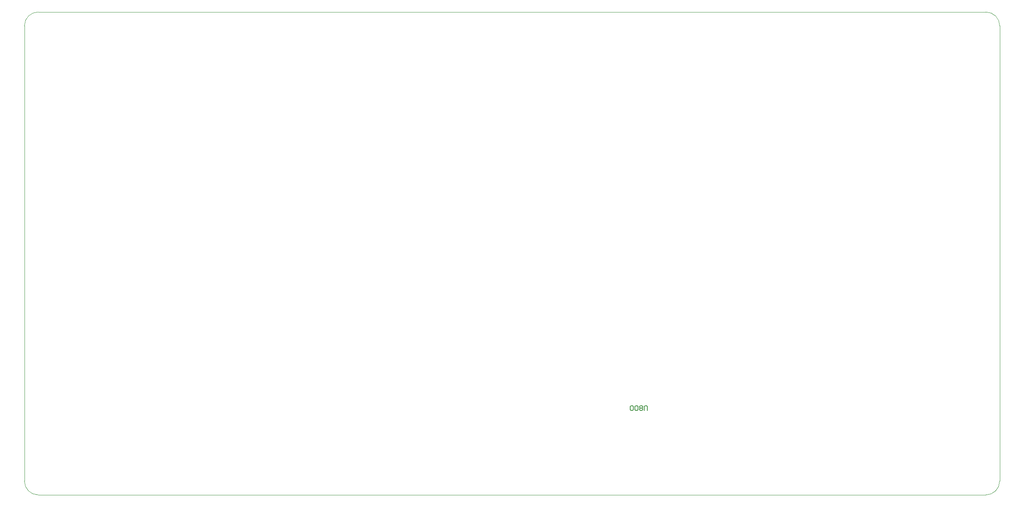
<source format=gm1>
G04*
G04 #@! TF.GenerationSoftware,Altium Limited,Altium Designer,23.10.1 (27)*
G04*
G04 Layer_Color=16711935*
%FSLAX25Y25*%
%MOIN*%
G70*
G04*
G04 #@! TF.SameCoordinates,CFD1AF01-5425-4A94-9F85-96FFE65A43DD*
G04*
G04*
G04 #@! TF.FilePolarity,Positive*
G04*
G01*
G75*
%ADD18C,0.00700*%
%ADD22C,0.00039*%
D18*
X533000Y72230D02*
Y75562D01*
X532334Y76228D01*
X531001D01*
X530334Y75562D01*
Y72230D01*
X529001Y72896D02*
X528335Y72230D01*
X527002D01*
X526335Y72896D01*
Y73563D01*
X527002Y74229D01*
X526335Y74895D01*
Y75562D01*
X527002Y76228D01*
X528335D01*
X529001Y75562D01*
Y74895D01*
X528335Y74229D01*
X529001Y73563D01*
Y72896D01*
X528335Y74229D02*
X527002D01*
X525003Y72896D02*
X524336Y72230D01*
X523003D01*
X522337Y72896D01*
Y75562D01*
X523003Y76228D01*
X524336D01*
X525003Y75562D01*
Y72896D01*
X521004D02*
X520337Y72230D01*
X519004D01*
X518338Y72896D01*
Y75562D01*
X519004Y76228D01*
X520337D01*
X521004Y75562D01*
Y72896D01*
D22*
X0Y11811D02*
G03*
X11811Y0I11811J0D01*
G01*
X822835D02*
G03*
X834646Y11811I0J11811D01*
G01*
Y401575D02*
G03*
X822835Y413386I-11811J0D01*
G01*
X11811D02*
G03*
X0Y401575I0J-11811D01*
G01*
X11811Y-0D02*
X822835Y0D01*
X834646Y401575D02*
X834646Y11811D01*
X11811Y413386D02*
X822835Y413386D01*
X-0Y401575D02*
X0Y11811D01*
M02*

</source>
